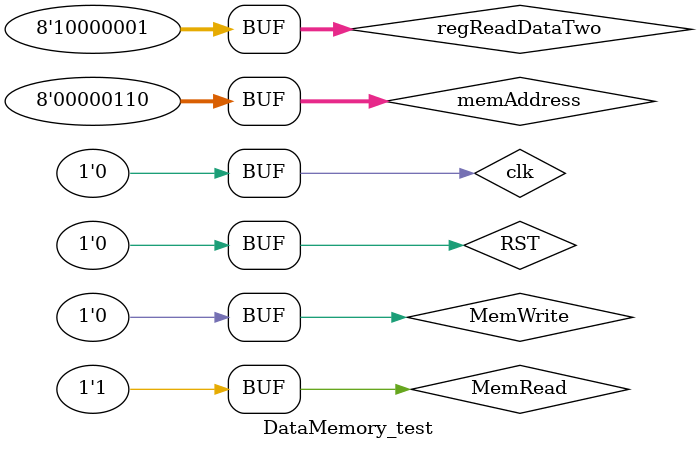
<source format=v>
`timescale 1ns / 1ps


module DataMemory_test;

	// Inputs
	reg [7:0] memAddress;
	reg [7:0] regReadDataTwo;
	reg MemRead;
	reg clk;
	reg RST;
	reg MemWrite;

	// Outputs
	wire [7:0] memReadData;

	// Instantiate the Unit Under Test (UUT)
	DataMemory uut (
		.memAddress(memAddress), 
		.regReadDataTwo(regReadDataTwo), 
		.memReadData(memReadData), 
		.MemRead(MemRead), 
		.clk(clk), 
		.RST(RST), 
		.MemWrite(MemWrite)
	);

	initial begin
		// Initialize Inputs
		memAddress = 0; regReadDataTwo = 0; MemRead = 0; clk = 0; RST = 0; MemWrite = 0; #100;
		
		memAddress = 8'b00000000;  MemWrite = 1; regReadDataTwo = 8'b11001001; #80;
		clk = 1; #20;
		
		clk = 0; memAddress = 8'b00000110; MemRead = 1; regReadDataTwo = 8'b10000001; #80;
		clk = 1; #20;
		
		clk = 0; memAddress = 8'b00000000; MemWrite = 0; #80;
		clk = 1; #20;
		
		clk = 0; memAddress = 8'b00000110; MemRead = 1; #80;
		clk = 1; #20; 
		
		clk = 0;
        
		// Add stimulus here

	end
      
endmodule


</source>
